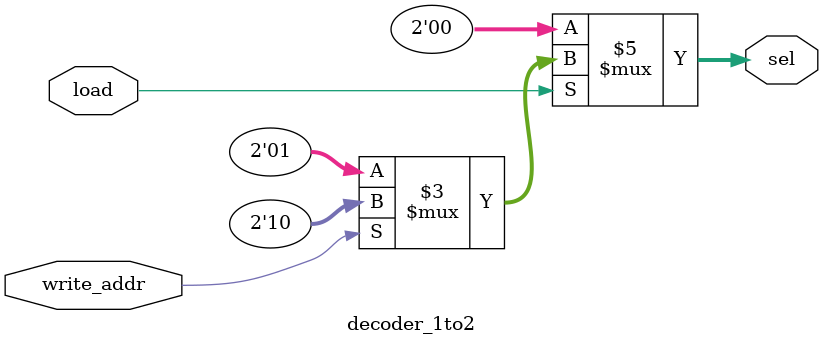
<source format=v>
module decoder_1to2 (
    input write_addr,       // 0 ? A, 1 ? B
    input load,             // Enable loading
    output reg [1:0] sel    //The output(select line) - depends on the value of write_adder(selector)
);

    always @(*) begin
        if (load) begin
            sel = (write_addr == 1'b0) ? 2'b01 : 2'b10;  
        end else begin
            sel = 2'b00;
        end
    end

endmodule

</source>
